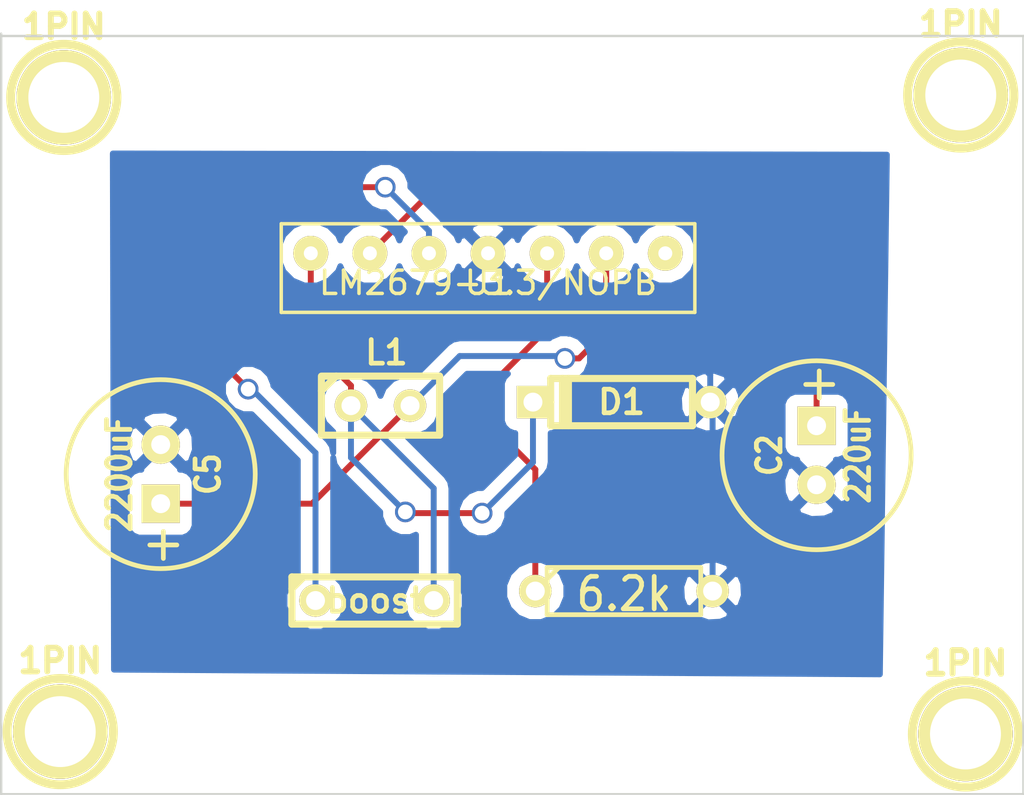
<source format=kicad_pcb>
(kicad_pcb (version 3) (host pcbnew "(2013-07-07 BZR 4022)-stable")

  (general
    (links 12)
    (no_connects 0)
    (area 184.061099 125.4506 228.434901 160.5534)
    (thickness 1.6)
    (drawings 6)
    (tracks 54)
    (zones 0)
    (modules 11)
    (nets 7)
  )

  (page A3)
  (layers
    (15 F.Cu signal)
    (0 B.Cu signal)
    (16 B.Adhes user)
    (17 F.Adhes user)
    (18 B.Paste user)
    (19 F.Paste user)
    (20 B.SilkS user)
    (21 F.SilkS user)
    (22 B.Mask user)
    (23 F.Mask user)
    (24 Dwgs.User user)
    (25 Cmts.User user)
    (26 Eco1.User user)
    (27 Eco2.User user)
    (28 Edge.Cuts user)
  )

  (setup
    (last_trace_width 0.254)
    (trace_clearance 0.254)
    (zone_clearance 0.508)
    (zone_45_only no)
    (trace_min 0.254)
    (segment_width 0.2)
    (edge_width 0.1)
    (via_size 0.889)
    (via_drill 0.635)
    (via_min_size 0.889)
    (via_min_drill 0.508)
    (uvia_size 0.508)
    (uvia_drill 0.127)
    (uvias_allowed no)
    (uvia_min_size 0.508)
    (uvia_min_drill 0.127)
    (pcb_text_width 0.3)
    (pcb_text_size 1.5 1.5)
    (mod_edge_width 0.15)
    (mod_text_size 1 1)
    (mod_text_width 0.15)
    (pad_size 1.5 1.5)
    (pad_drill 0.6)
    (pad_to_mask_clearance 0)
    (aux_axis_origin 0 0)
    (visible_elements 7FFFFFFF)
    (pcbplotparams
      (layerselection 268468225)
      (usegerberextensions true)
      (excludeedgelayer true)
      (linewidth 0.150000)
      (plotframeref false)
      (viasonmask false)
      (mode 1)
      (useauxorigin false)
      (hpglpennumber 1)
      (hpglpenspeed 20)
      (hpglpendiameter 15)
      (hpglpenoverlay 2)
      (psnegative false)
      (psa4output false)
      (plotreference true)
      (plotvalue true)
      (plotothertext true)
      (plotinvisibletext false)
      (padsonsilk false)
      (subtractmaskfromsilk false)
      (outputformat 1)
      (mirror false)
      (drillshape 0)
      (scaleselection 1)
      (outputdirectory C:/Users/lucia_000/Documents/KiCAD/Odroid/))
  )

  (net 0 "")
  (net 1 GND)
  (net 2 N-000001)
  (net 3 N-000004)
  (net 4 N-000005)
  (net 5 N-000006)
  (net 6 VCC)

  (net_class Default "This is the default net class."
    (clearance 0.254)
    (trace_width 0.254)
    (via_dia 0.889)
    (via_drill 0.635)
    (uvia_dia 0.508)
    (uvia_drill 0.127)
    (add_net "")
    (add_net GND)
    (add_net N-000001)
    (add_net N-000004)
    (add_net N-000005)
    (add_net N-000006)
    (add_net VCC)
  )

  (module R3 (layer F.Cu) (tedit 4E4C0E65) (tstamp 5538C657)
    (at 211.0232 150.7236)
    (descr "Resitance 3 pas")
    (tags R)
    (path /55381CE4)
    (autoplace_cost180 10)
    (fp_text reference R1 (at 0 0.127) (layer F.SilkS) hide
      (effects (font (size 1.397 1.27) (thickness 0.2032)))
    )
    (fp_text value 6.2k (at 0 0.127) (layer F.SilkS)
      (effects (font (size 1.397 1.27) (thickness 0.2032)))
    )
    (fp_line (start -3.81 0) (end -3.302 0) (layer F.SilkS) (width 0.2032))
    (fp_line (start 3.81 0) (end 3.302 0) (layer F.SilkS) (width 0.2032))
    (fp_line (start 3.302 0) (end 3.302 -1.016) (layer F.SilkS) (width 0.2032))
    (fp_line (start 3.302 -1.016) (end -3.302 -1.016) (layer F.SilkS) (width 0.2032))
    (fp_line (start -3.302 -1.016) (end -3.302 1.016) (layer F.SilkS) (width 0.2032))
    (fp_line (start -3.302 1.016) (end 3.302 1.016) (layer F.SilkS) (width 0.2032))
    (fp_line (start 3.302 1.016) (end 3.302 0) (layer F.SilkS) (width 0.2032))
    (fp_line (start -3.302 -0.508) (end -2.794 -1.016) (layer F.SilkS) (width 0.2032))
    (pad 1 thru_hole circle (at -3.81 0) (size 1.397 1.397) (drill 0.8128)
      (layers *.Cu *.Mask F.SilkS)
      (net 4 N-000005)
    )
    (pad 2 thru_hole circle (at 3.81 0) (size 1.397 1.397) (drill 0.8128)
      (layers *.Cu *.Mask F.SilkS)
      (net 1 GND)
    )
    (model discret/resistor.wrl
      (at (xyz 0 0 0))
      (scale (xyz 0.3 0.3 0.3))
      (rotate (xyz 0 0 0))
    )
  )

  (module lm2679 (layer F.Cu) (tedit 55389194) (tstamp 5538C666)
    (at 205.1812 137.4648)
    (path /55386732)
    (fp_text reference U1 (at 0 0) (layer F.SilkS)
      (effects (font (size 1 1) (thickness 0.15)))
    )
    (fp_text value LM2679-3.3/NOPB (at 0 0) (layer F.SilkS)
      (effects (font (size 1 1) (thickness 0.15)))
    )
    (fp_line (start -8.89 -2.54) (end -8.89 1.27) (layer F.SilkS) (width 0.15))
    (fp_line (start -8.89 1.27) (end 8.89 1.27) (layer F.SilkS) (width 0.15))
    (fp_line (start 8.89 1.27) (end 8.89 -2.54) (layer F.SilkS) (width 0.15))
    (fp_line (start 8.89 -2.54) (end -8.89 -2.54) (layer F.SilkS) (width 0.15))
    (pad 1 thru_hole circle (at -7.62 -1.27) (size 1.5 1.5) (drill 0.6)
      (layers *.Cu *.Mask F.SilkS)
      (net 3 N-000004)
    )
    (pad 2 thru_hole circle (at -5.08 -1.27) (size 1.5 1.5) (drill 0.6)
      (layers *.Cu *.Mask F.SilkS)
      (net 6 VCC)
    )
    (pad 3 thru_hole circle (at -2.54 -1.27) (size 1.5 1.5) (drill 0.6)
      (layers *.Cu *.Mask F.SilkS)
      (net 5 N-000006)
    )
    (pad 4 thru_hole circle (at 0 -1.27) (size 1.5 1.5) (drill 0.6)
      (layers *.Cu *.Mask F.SilkS)
      (net 1 GND)
    )
    (pad 5 thru_hole circle (at 2.54 -1.27) (size 1.5 1.5) (drill 0.6)
      (layers *.Cu *.Mask F.SilkS)
      (net 4 N-000005)
    )
    (pad 6 thru_hole circle (at 5.08 -1.27) (size 1.5 1.5) (drill 0.6)
      (layers *.Cu *.Mask F.SilkS)
      (net 2 N-000001)
    )
    (pad 7 thru_hole circle (at 7.62 -1.27) (size 1.5 1.5) (drill 0.6)
      (layers *.Cu *.Mask F.SilkS)
    )
  )

  (module D3 (layer F.Cu) (tedit 200000) (tstamp 5538C676)
    (at 210.9216 142.5956 180)
    (descr "Diode 3 pas")
    (tags "DIODE DEV")
    (path /55381CF3)
    (fp_text reference D1 (at 0 0 180) (layer F.SilkS)
      (effects (font (size 1.016 1.016) (thickness 0.2032)))
    )
    (fp_text value 1N5825 (at 0 0 180) (layer F.SilkS) hide
      (effects (font (size 1.016 1.016) (thickness 0.2032)))
    )
    (fp_line (start 3.81 0) (end 3.048 0) (layer F.SilkS) (width 0.3048))
    (fp_line (start 3.048 0) (end 3.048 -1.016) (layer F.SilkS) (width 0.3048))
    (fp_line (start 3.048 -1.016) (end -3.048 -1.016) (layer F.SilkS) (width 0.3048))
    (fp_line (start -3.048 -1.016) (end -3.048 0) (layer F.SilkS) (width 0.3048))
    (fp_line (start -3.048 0) (end -3.81 0) (layer F.SilkS) (width 0.3048))
    (fp_line (start -3.048 0) (end -3.048 1.016) (layer F.SilkS) (width 0.3048))
    (fp_line (start -3.048 1.016) (end 3.048 1.016) (layer F.SilkS) (width 0.3048))
    (fp_line (start 3.048 1.016) (end 3.048 0) (layer F.SilkS) (width 0.3048))
    (fp_line (start 2.54 -1.016) (end 2.54 1.016) (layer F.SilkS) (width 0.3048))
    (fp_line (start 2.286 1.016) (end 2.286 -1.016) (layer F.SilkS) (width 0.3048))
    (pad 2 thru_hole rect (at 3.81 0 180) (size 1.397 1.397) (drill 0.8128)
      (layers *.Cu *.Mask F.SilkS)
      (net 3 N-000004)
    )
    (pad 1 thru_hole circle (at -3.81 0 180) (size 1.397 1.397) (drill 0.8128)
      (layers *.Cu *.Mask F.SilkS)
      (net 1 GND)
    )
    (model discret/diode.wrl
      (at (xyz 0 0 0))
      (scale (xyz 0.3 0.3 0.3))
      (rotate (xyz 0 0 0))
    )
  )

  (module C2 (layer F.Cu) (tedit 200000) (tstamp 5538C681)
    (at 200.3044 151.13)
    (descr "Condensateur = 2 pas")
    (tags C)
    (path /55386AFD)
    (fp_text reference Cboost1 (at 0 0) (layer F.SilkS)
      (effects (font (size 1.016 1.016) (thickness 0.2032)))
    )
    (fp_text value 0.01uF (at 0 0) (layer F.SilkS) hide
      (effects (font (size 1.016 1.016) (thickness 0.2032)))
    )
    (fp_line (start -3.556 -1.016) (end 3.556 -1.016) (layer F.SilkS) (width 0.3048))
    (fp_line (start 3.556 -1.016) (end 3.556 1.016) (layer F.SilkS) (width 0.3048))
    (fp_line (start 3.556 1.016) (end -3.556 1.016) (layer F.SilkS) (width 0.3048))
    (fp_line (start -3.556 1.016) (end -3.556 -1.016) (layer F.SilkS) (width 0.3048))
    (fp_line (start -3.556 -0.508) (end -3.048 -1.016) (layer F.SilkS) (width 0.3048))
    (pad 1 thru_hole circle (at -2.54 0) (size 1.397 1.397) (drill 0.8128)
      (layers *.Cu *.Mask F.SilkS)
      (net 5 N-000006)
    )
    (pad 2 thru_hole circle (at 2.54 0) (size 1.397 1.397) (drill 0.8128)
      (layers *.Cu *.Mask F.SilkS)
      (net 3 N-000004)
    )
    (model discret/capa_2pas_5x5mm.wrl
      (at (xyz 0 0 0))
      (scale (xyz 1 1 1))
      (rotate (xyz 0 0 0))
    )
  )

  (module C1V8 (layer F.Cu) (tedit 3DD3A719) (tstamp 5538C689)
    (at 191.1096 145.6944 90)
    (path /553878B1)
    (fp_text reference C5 (at 0 2.032 90) (layer F.SilkS)
      (effects (font (size 1.016 0.889) (thickness 0.2032)))
    )
    (fp_text value 2200uF (at 0 -1.77546 90) (layer F.SilkS)
      (effects (font (size 1.016 0.889) (thickness 0.2032)))
    )
    (fp_text user + (at -3.04546 0 90) (layer F.SilkS)
      (effects (font (size 1.524 1.524) (thickness 0.2032)))
    )
    (fp_circle (center 0 0) (end 4.064 0) (layer F.SilkS) (width 0.2032))
    (pad 1 thru_hole rect (at -1.27 0 90) (size 1.651 1.651) (drill 0.8128)
      (layers *.Cu *.Mask F.SilkS)
      (net 2 N-000001)
    )
    (pad 2 thru_hole circle (at 1.27 0 90) (size 1.651 1.651) (drill 0.8128)
      (layers *.Cu *.Mask F.SilkS)
      (net 1 GND)
    )
    (model discret/c_vert_c1v8.wrl
      (at (xyz 0 0 0))
      (scale (xyz 1 1 1))
      (rotate (xyz 0 0 0))
    )
  )

  (module C1V8 (layer F.Cu) (tedit 3DD3A719) (tstamp 5538C691)
    (at 219.3036 144.8816 270)
    (path /553878CF)
    (fp_text reference C2 (at 0 2.032 270) (layer F.SilkS)
      (effects (font (size 1.016 0.889) (thickness 0.2032)))
    )
    (fp_text value 220uF (at 0 -1.77546 270) (layer F.SilkS)
      (effects (font (size 1.016 0.889) (thickness 0.2032)))
    )
    (fp_text user + (at -3.04546 0 270) (layer F.SilkS)
      (effects (font (size 1.524 1.524) (thickness 0.2032)))
    )
    (fp_circle (center 0 0) (end 4.064 0) (layer F.SilkS) (width 0.2032))
    (pad 1 thru_hole rect (at -1.27 0 270) (size 1.651 1.651) (drill 0.8128)
      (layers *.Cu *.Mask F.SilkS)
      (net 6 VCC)
    )
    (pad 2 thru_hole circle (at 1.27 0 270) (size 1.651 1.651) (drill 0.8128)
      (layers *.Cu *.Mask F.SilkS)
      (net 1 GND)
    )
    (model discret/c_vert_c1v8.wrl
      (at (xyz 0 0 0))
      (scale (xyz 1 1 1))
      (rotate (xyz 0 0 0))
    )
  )

  (module C1 (layer F.Cu) (tedit 3F92C496) (tstamp 5538C69C)
    (at 200.5584 142.748)
    (descr "Condensateur e = 1 pas")
    (tags C)
    (path /55381D02)
    (fp_text reference L1 (at 0.254 -2.286) (layer F.SilkS)
      (effects (font (size 1.016 1.016) (thickness 0.2032)))
    )
    (fp_text value 15uH (at 0 -2.286) (layer F.SilkS) hide
      (effects (font (size 1.016 1.016) (thickness 0.2032)))
    )
    (fp_line (start -2.4892 -1.27) (end 2.54 -1.27) (layer F.SilkS) (width 0.3048))
    (fp_line (start 2.54 -1.27) (end 2.54 1.27) (layer F.SilkS) (width 0.3048))
    (fp_line (start 2.54 1.27) (end -2.54 1.27) (layer F.SilkS) (width 0.3048))
    (fp_line (start -2.54 1.27) (end -2.54 -1.27) (layer F.SilkS) (width 0.3048))
    (fp_line (start -2.54 -0.635) (end -1.905 -1.27) (layer F.SilkS) (width 0.3048))
    (pad 1 thru_hole circle (at -1.27 0) (size 1.397 1.397) (drill 0.8128)
      (layers *.Cu *.Mask F.SilkS)
      (net 3 N-000004)
    )
    (pad 2 thru_hole circle (at 1.27 0) (size 1.397 1.397) (drill 0.8128)
      (layers *.Cu *.Mask F.SilkS)
      (net 2 N-000001)
    )
    (model discret/capa_1_pas.wrl
      (at (xyz 0 0 0))
      (scale (xyz 1 1 1))
      (rotate (xyz 0 0 0))
    )
  )

  (module 1pin (layer F.Cu) (tedit 200000) (tstamp 5538C761)
    (at 186.944 129.4892)
    (descr "module 1 pin (ou trou mecanique de percage)")
    (tags DEV)
    (path 1pin)
    (fp_text reference 1PIN (at 0 -3.048) (layer F.SilkS)
      (effects (font (size 1.016 1.016) (thickness 0.254)))
    )
    (fp_text value P*** (at 0 2.794) (layer F.SilkS) hide
      (effects (font (size 1.016 1.016) (thickness 0.254)))
    )
    (fp_circle (center 0 0) (end 0 -2.286) (layer F.SilkS) (width 0.381))
    (pad 1 thru_hole circle (at 0 0) (size 4.064 4.064) (drill 3.048)
      (layers *.Cu *.Mask F.SilkS)
    )
  )

  (module 1pin (layer F.Cu) (tedit 200000) (tstamp 5538C76C)
    (at 186.7916 156.7688)
    (descr "module 1 pin (ou trou mecanique de percage)")
    (tags DEV)
    (path 1pin)
    (fp_text reference 1PIN (at 0 -3.048) (layer F.SilkS)
      (effects (font (size 1.016 1.016) (thickness 0.254)))
    )
    (fp_text value P*** (at 0 2.794) (layer F.SilkS) hide
      (effects (font (size 1.016 1.016) (thickness 0.254)))
    )
    (fp_circle (center 0 0) (end 0 -2.286) (layer F.SilkS) (width 0.381))
    (pad 1 thru_hole circle (at 0 0) (size 4.064 4.064) (drill 3.048)
      (layers *.Cu *.Mask F.SilkS)
    )
  )

  (module 1pin (layer F.Cu) (tedit 200000) (tstamp 5538C777)
    (at 225.5012 129.3876)
    (descr "module 1 pin (ou trou mecanique de percage)")
    (tags DEV)
    (path 1pin)
    (fp_text reference 1PIN (at 0 -3.048) (layer F.SilkS)
      (effects (font (size 1.016 1.016) (thickness 0.254)))
    )
    (fp_text value P*** (at 0 2.794) (layer F.SilkS) hide
      (effects (font (size 1.016 1.016) (thickness 0.254)))
    )
    (fp_circle (center 0 0) (end 0 -2.286) (layer F.SilkS) (width 0.381))
    (pad 1 thru_hole circle (at 0 0) (size 4.064 4.064) (drill 3.048)
      (layers *.Cu *.Mask F.SilkS)
    )
  )

  (module 1pin (layer F.Cu) (tedit 200000) (tstamp 5538C782)
    (at 225.7044 156.8704)
    (descr "module 1 pin (ou trou mecanique de percage)")
    (tags DEV)
    (path 1pin)
    (fp_text reference 1PIN (at 0 -3.048) (layer F.SilkS)
      (effects (font (size 1.016 1.016) (thickness 0.254)))
    )
    (fp_text value P*** (at 0 2.794) (layer F.SilkS) hide
      (effects (font (size 1.016 1.016) (thickness 0.254)))
    )
    (fp_circle (center 0 0) (end 0 -2.286) (layer F.SilkS) (width 0.381))
    (pad 1 thru_hole circle (at 0 0) (size 4.064 4.064) (drill 3.048)
      (layers *.Cu *.Mask F.SilkS)
    )
  )

  (gr_line (start 184.2516 126.8476) (end 184.3024 126.8476) (angle 90) (layer Edge.Cuts) (width 0.1))
  (gr_line (start 184.2516 159.4612) (end 184.2516 126.8476) (angle 90) (layer Edge.Cuts) (width 0.1))
  (gr_line (start 184.2516 126.8476) (end 184.2516 126.746) (angle 90) (layer Edge.Cuts) (width 0.1))
  (gr_line (start 228.1936 126.8476) (end 184.2516 126.8476) (angle 90) (layer Edge.Cuts) (width 0.1))
  (gr_line (start 228.1936 159.4612) (end 228.1936 126.8476) (angle 90) (layer Edge.Cuts) (width 0.1))
  (gr_line (start 184.2516 159.4612) (end 228.1936 159.4612) (angle 90) (layer Edge.Cuts) (width 0.1))

  (segment (start 205.1812 136.1948) (end 205.1812 136.6012) (width 0.254) (layer B.Cu) (net 1))
  (segment (start 195.6816 139.8524) (end 191.1096 144.4244) (width 0.254) (layer B.Cu) (net 1) (tstamp 5538C7F4))
  (segment (start 201.93 139.8524) (end 195.6816 139.8524) (width 0.254) (layer B.Cu) (net 1) (tstamp 5538C7F2))
  (segment (start 205.1812 136.6012) (end 201.93 139.8524) (width 0.254) (layer B.Cu) (net 1) (tstamp 5538C7F1))
  (segment (start 214.7316 142.5956) (end 214.7316 141.4272) (width 0.254) (layer B.Cu) (net 1))
  (segment (start 208.6356 139.6492) (end 205.1812 136.1948) (width 0.254) (layer B.Cu) (net 1) (tstamp 5538C7ED))
  (segment (start 212.9536 139.6492) (end 208.6356 139.6492) (width 0.254) (layer B.Cu) (net 1) (tstamp 5538C7EB))
  (segment (start 214.7316 141.4272) (end 212.9536 139.6492) (width 0.254) (layer B.Cu) (net 1) (tstamp 5538C7E9))
  (segment (start 214.8332 150.7236) (end 214.8332 142.6972) (width 0.254) (layer B.Cu) (net 1))
  (segment (start 214.8332 142.6972) (end 214.7316 142.5956) (width 0.254) (layer B.Cu) (net 1) (tstamp 5538C7E6))
  (segment (start 219.3036 146.1516) (end 219.3036 146.2532) (width 0.254) (layer B.Cu) (net 1))
  (segment (start 219.3036 146.2532) (end 214.8332 150.7236) (width 0.254) (layer B.Cu) (net 1) (tstamp 5538C7E3))
  (segment (start 210.2612 136.1948) (end 210.2612 139.5476) (width 0.254) (layer F.Cu) (net 2))
  (segment (start 203.962 140.6144) (end 201.8284 142.748) (width 0.254) (layer B.Cu) (net 2) (tstamp 5538C82C))
  (segment (start 208.3816 140.6144) (end 203.962 140.6144) (width 0.254) (layer B.Cu) (net 2) (tstamp 5538C82B))
  (segment (start 208.4832 140.716) (end 208.3816 140.6144) (width 0.254) (layer B.Cu) (net 2) (tstamp 5538C82A))
  (via (at 208.4832 140.716) (size 0.889) (layers F.Cu B.Cu) (net 2))
  (segment (start 209.0928 140.716) (end 208.4832 140.716) (width 0.254) (layer F.Cu) (net 2) (tstamp 5538C828))
  (segment (start 210.2612 139.5476) (end 209.0928 140.716) (width 0.254) (layer F.Cu) (net 2) (tstamp 5538C826))
  (segment (start 191.1096 146.9644) (end 197.612 146.9644) (width 0.254) (layer F.Cu) (net 2))
  (segment (start 197.612 146.9644) (end 201.8284 142.748) (width 0.254) (layer F.Cu) (net 2) (tstamp 5538C808))
  (segment (start 207.1116 145.1864) (end 207.1116 142.5956) (width 0.254) (layer B.Cu) (net 3) (tstamp 5538C839))
  (segment (start 204.9272 147.3708) (end 207.1116 145.1864) (width 0.254) (layer B.Cu) (net 3) (tstamp 5538C838))
  (via (at 204.9272 147.3708) (size 0.889) (layers F.Cu B.Cu) (net 3))
  (segment (start 201.676 147.3708) (end 204.9272 147.3708) (width 0.254) (layer F.Cu) (net 3) (tstamp 5538C835))
  (segment (start 201.6252 147.32) (end 201.676 147.3708) (width 0.254) (layer F.Cu) (net 3) (tstamp 5538C834))
  (via (at 201.6252 147.32) (size 0.889) (layers F.Cu B.Cu) (net 3))
  (segment (start 199.2884 144.9832) (end 201.6252 147.32) (width 0.254) (layer B.Cu) (net 3) (tstamp 5538C830))
  (segment (start 199.2884 142.748) (end 199.2884 144.9832) (width 0.254) (layer B.Cu) (net 3))
  (segment (start 202.8444 151.13) (end 202.8444 146.304) (width 0.254) (layer B.Cu) (net 3))
  (segment (start 202.8444 146.304) (end 199.2884 142.748) (width 0.254) (layer B.Cu) (net 3) (tstamp 5538C811))
  (segment (start 199.2884 142.748) (end 199.2884 141.8844) (width 0.254) (layer F.Cu) (net 3))
  (segment (start 197.5612 140.1572) (end 197.5612 136.1948) (width 0.254) (layer F.Cu) (net 3) (tstamp 5538C80D))
  (segment (start 199.2884 141.8844) (end 197.5612 140.1572) (width 0.254) (layer F.Cu) (net 3) (tstamp 5538C80C))
  (segment (start 207.2132 150.7236) (end 207.2132 145.4912) (width 0.254) (layer F.Cu) (net 4))
  (segment (start 207.7212 139.446) (end 207.7212 136.1948) (width 0.254) (layer F.Cu) (net 4) (tstamp 5538C804))
  (segment (start 204.7748 142.3924) (end 207.7212 139.446) (width 0.254) (layer F.Cu) (net 4) (tstamp 5538C803))
  (segment (start 204.7748 143.0528) (end 204.7748 142.3924) (width 0.254) (layer F.Cu) (net 4) (tstamp 5538C801))
  (segment (start 207.2132 145.4912) (end 204.7748 143.0528) (width 0.254) (layer F.Cu) (net 4) (tstamp 5538C7FF))
  (segment (start 197.7644 151.13) (end 197.7644 144.78) (width 0.254) (layer B.Cu) (net 5))
  (segment (start 202.6412 135.2296) (end 202.6412 136.1948) (width 0.254) (layer B.Cu) (net 5) (tstamp 5538C822))
  (segment (start 200.7616 133.35) (end 202.6412 135.2296) (width 0.254) (layer B.Cu) (net 5) (tstamp 5538C821))
  (via (at 200.7616 133.35) (size 0.889) (layers F.Cu B.Cu) (net 5))
  (segment (start 195.4784 133.35) (end 200.7616 133.35) (width 0.254) (layer F.Cu) (net 5) (tstamp 5538C81E))
  (segment (start 193.1924 135.636) (end 195.4784 133.35) (width 0.254) (layer F.Cu) (net 5) (tstamp 5538C81C))
  (segment (start 193.1924 140.3604) (end 193.1924 135.636) (width 0.254) (layer F.Cu) (net 5) (tstamp 5538C81A))
  (segment (start 194.8688 142.0368) (end 193.1924 140.3604) (width 0.254) (layer F.Cu) (net 5) (tstamp 5538C819))
  (via (at 194.8688 142.0368) (size 0.889) (layers F.Cu B.Cu) (net 5))
  (segment (start 195.0212 142.0368) (end 194.8688 142.0368) (width 0.254) (layer B.Cu) (net 5) (tstamp 5538C817))
  (segment (start 197.7644 144.78) (end 195.0212 142.0368) (width 0.254) (layer B.Cu) (net 5) (tstamp 5538C815))
  (segment (start 219.3036 143.6116) (end 219.3036 133.604) (width 0.254) (layer F.Cu) (net 6))
  (segment (start 203.708 132.588) (end 200.1012 136.1948) (width 0.254) (layer F.Cu) (net 6) (tstamp 5538C7DF))
  (segment (start 218.2876 132.588) (end 203.708 132.588) (width 0.254) (layer F.Cu) (net 6) (tstamp 5538C7DD))
  (segment (start 219.3036 133.604) (end 218.2876 132.588) (width 0.254) (layer F.Cu) (net 6) (tstamp 5538C7DB))

  (zone (net 1) (net_name GND) (layer B.Cu) (tstamp 5538C866) (hatch edge 0.508)
    (connect_pads (clearance 0.508))
    (min_thickness 0.254)
    (fill (arc_segments 16) (thermal_gap 0.508) (thermal_bridge_width 0.508))
    (polygon
      (pts
        (xy 222.4532 131.826) (xy 222.1484 154.432) (xy 188.976 154.2288) (xy 188.9252 131.7752)
      )
    )
    (filled_polygon
      (pts
        (xy 222.324479 131.952805) (xy 222.023111 154.30423) (xy 220.775939 154.29659) (xy 220.775939 146.374469) (xy 220.76421 146.120322)
        (xy 220.76421 144.311345) (xy 220.76421 142.660345) (xy 220.667741 142.426871) (xy 220.489268 142.248087) (xy 220.255964 142.151211)
        (xy 220.003345 142.15099) (xy 218.352345 142.15099) (xy 218.118871 142.247459) (xy 217.940087 142.425932) (xy 217.843211 142.659236)
        (xy 217.84299 142.911855) (xy 217.84299 144.562855) (xy 217.939459 144.796329) (xy 218.117932 144.975113) (xy 218.351236 145.071989)
        (xy 218.473542 145.072095) (xy 218.456991 145.125386) (xy 219.3036 145.971995) (xy 220.150209 145.125386) (xy 220.133692 145.07221)
        (xy 220.254855 145.07221) (xy 220.488329 144.975741) (xy 220.667113 144.797268) (xy 220.763989 144.563964) (xy 220.76421 144.311345)
        (xy 220.76421 146.120322) (xy 220.749153 145.794064) (xy 220.578576 145.382257) (xy 220.329814 145.304991) (xy 219.483205 146.1516)
        (xy 220.329814 146.998209) (xy 220.578576 146.920943) (xy 220.775939 146.374469) (xy 220.775939 154.29659) (xy 220.150209 154.292757)
        (xy 220.150209 147.177814) (xy 219.3036 146.331205) (xy 219.123995 146.51081) (xy 219.123995 146.1516) (xy 218.277386 145.304991)
        (xy 218.028624 145.382257) (xy 217.831261 145.928731) (xy 217.858047 146.509136) (xy 218.028624 146.920943) (xy 218.277386 146.998209)
        (xy 219.123995 146.1516) (xy 219.123995 146.51081) (xy 218.456991 147.177814) (xy 218.534257 147.426576) (xy 219.080731 147.623939)
        (xy 219.661136 147.597153) (xy 220.072943 147.426576) (xy 220.150209 147.177814) (xy 220.150209 154.292757) (xy 216.179124 154.268432)
        (xy 216.179124 150.91612) (xy 216.150346 150.386402) (xy 216.077524 150.210593) (xy 216.077524 142.78812) (xy 216.048746 142.258402)
        (xy 215.901398 141.902672) (xy 215.665786 141.841019) (xy 215.486181 142.020624) (xy 215.486181 141.661414) (xy 215.424528 141.425802)
        (xy 214.92412 141.249676) (xy 214.394402 141.278454) (xy 214.186439 141.364594) (xy 214.186439 135.920515) (xy 213.97603 135.411286)
        (xy 213.586763 135.021339) (xy 213.077902 134.810042) (xy 212.526915 134.809561) (xy 212.017686 135.01997) (xy 211.627739 135.409237)
        (xy 211.531223 135.641672) (xy 211.43603 135.411286) (xy 211.046763 135.021339) (xy 210.537902 134.810042) (xy 209.986915 134.809561)
        (xy 209.477686 135.01997) (xy 209.087739 135.409237) (xy 208.991223 135.641672) (xy 208.89603 135.411286) (xy 208.506763 135.021339)
        (xy 207.997902 134.810042) (xy 207.446915 134.809561) (xy 206.937686 135.01997) (xy 206.547739 135.409237) (xy 206.457821 135.625782)
        (xy 206.393658 135.470878) (xy 206.152717 135.402888) (xy 205.973112 135.582493) (xy 205.973112 135.223283) (xy 205.905122 134.982342)
        (xy 205.38603 134.797602) (xy 204.835754 134.825572) (xy 204.457278 134.982342) (xy 204.389288 135.223283) (xy 205.1812 136.015195)
        (xy 205.973112 135.223283) (xy 205.973112 135.582493) (xy 205.360805 136.1948) (xy 206.152717 136.986712) (xy 206.393658 136.918722)
        (xy 206.45293 136.752173) (xy 206.54637 136.978314) (xy 206.935637 137.368261) (xy 207.444498 137.579558) (xy 207.995485 137.580039)
        (xy 208.504714 137.36963) (xy 208.894661 136.980363) (xy 208.991176 136.747927) (xy 209.08637 136.978314) (xy 209.475637 137.368261)
        (xy 209.984498 137.579558) (xy 210.535485 137.580039) (xy 211.044714 137.36963) (xy 211.434661 136.980363) (xy 211.531176 136.747927)
        (xy 211.62637 136.978314) (xy 212.015637 137.368261) (xy 212.524498 137.579558) (xy 213.075485 137.580039) (xy 213.584714 137.36963)
        (xy 213.974661 136.980363) (xy 214.185958 136.471502) (xy 214.186439 135.920515) (xy 214.186439 141.364594) (xy 214.038672 141.425802)
        (xy 213.977019 141.661414) (xy 214.7316 142.415995) (xy 215.486181 141.661414) (xy 215.486181 142.020624) (xy 214.911205 142.5956)
        (xy 215.665786 143.350181) (xy 215.901398 143.288528) (xy 216.077524 142.78812) (xy 216.077524 150.210593) (xy 216.002998 150.030672)
        (xy 215.767386 149.969019) (xy 215.587781 150.148624) (xy 215.587781 149.789414) (xy 215.526128 149.553802) (xy 215.486181 149.539742)
        (xy 215.486181 143.529786) (xy 214.7316 142.775205) (xy 214.551995 142.95481) (xy 214.551995 142.5956) (xy 213.797414 141.841019)
        (xy 213.561802 141.902672) (xy 213.385676 142.40308) (xy 213.414454 142.932798) (xy 213.561802 143.288528) (xy 213.797414 143.350181)
        (xy 214.551995 142.5956) (xy 214.551995 142.95481) (xy 213.977019 143.529786) (xy 214.038672 143.765398) (xy 214.53908 143.941524)
        (xy 215.068798 143.912746) (xy 215.424528 143.765398) (xy 215.486181 143.529786) (xy 215.486181 149.539742) (xy 215.02572 149.377676)
        (xy 214.496002 149.406454) (xy 214.140272 149.553802) (xy 214.078619 149.789414) (xy 214.8332 150.543995) (xy 215.587781 149.789414)
        (xy 215.587781 150.148624) (xy 215.012805 150.7236) (xy 215.767386 151.478181) (xy 216.002998 151.416528) (xy 216.179124 150.91612)
        (xy 216.179124 154.268432) (xy 215.587781 154.264809) (xy 215.587781 151.657786) (xy 214.8332 150.903205) (xy 214.653595 151.08281)
        (xy 214.653595 150.7236) (xy 213.899014 149.969019) (xy 213.663402 150.030672) (xy 213.487276 150.53108) (xy 213.516054 151.060798)
        (xy 213.663402 151.416528) (xy 213.899014 151.478181) (xy 214.653595 150.7236) (xy 214.653595 151.08281) (xy 214.078619 151.657786)
        (xy 214.140272 151.893398) (xy 214.64068 152.069524) (xy 215.170398 152.040746) (xy 215.526128 151.893398) (xy 215.587781 151.657786)
        (xy 215.587781 154.264809) (xy 209.562887 154.227904) (xy 209.562887 140.502216) (xy 209.398889 140.105311) (xy 209.095486 139.801378)
        (xy 208.698868 139.636687) (xy 208.269416 139.636313) (xy 207.872511 139.800311) (xy 207.820331 139.8524) (xy 205.973112 139.8524)
        (xy 205.973112 137.166317) (xy 205.1812 136.374405) (xy 205.001595 136.55401) (xy 205.001595 136.1948) (xy 204.209683 135.402888)
        (xy 203.968742 135.470878) (xy 203.909469 135.637426) (xy 203.81603 135.411286) (xy 203.426763 135.021339) (xy 203.355923 134.991923)
        (xy 203.355922 134.991923) (xy 203.345196 134.937995) (xy 203.180015 134.690785) (xy 203.180015 134.690784) (xy 201.841099 133.351868)
        (xy 201.841287 133.136216) (xy 201.677289 132.739311) (xy 201.373886 132.435378) (xy 200.977268 132.270687) (xy 200.547816 132.270313)
        (xy 200.150911 132.434311) (xy 199.846978 132.737714) (xy 199.682287 133.134332) (xy 199.681913 133.563784) (xy 199.845911 133.960689)
        (xy 200.149314 134.264622) (xy 200.545932 134.429313) (xy 200.763472 134.429502) (xy 201.605592 135.271623) (xy 201.467739 135.409237)
        (xy 201.371223 135.641672) (xy 201.27603 135.411286) (xy 200.886763 135.021339) (xy 200.377902 134.810042) (xy 199.826915 134.809561)
        (xy 199.317686 135.01997) (xy 198.927739 135.409237) (xy 198.831223 135.641672) (xy 198.73603 135.411286) (xy 198.346763 135.021339)
        (xy 197.837902 134.810042) (xy 197.286915 134.809561) (xy 196.777686 135.01997) (xy 196.387739 135.409237) (xy 196.176442 135.918098)
        (xy 196.175961 136.469085) (xy 196.38637 136.978314) (xy 196.775637 137.368261) (xy 197.284498 137.579558) (xy 197.835485 137.580039)
        (xy 198.344714 137.36963) (xy 198.734661 136.980363) (xy 198.831176 136.747927) (xy 198.92637 136.978314) (xy 199.315637 137.368261)
        (xy 199.824498 137.579558) (xy 200.375485 137.580039) (xy 200.884714 137.36963) (xy 201.274661 136.980363) (xy 201.371176 136.747927)
        (xy 201.46637 136.978314) (xy 201.855637 137.368261) (xy 202.364498 137.579558) (xy 202.915485 137.580039) (xy 203.424714 137.36963)
        (xy 203.814661 136.980363) (xy 203.904578 136.763817) (xy 203.968742 136.918722) (xy 204.209683 136.986712) (xy 205.001595 136.1948)
        (xy 205.001595 136.55401) (xy 204.389288 137.166317) (xy 204.457278 137.407258) (xy 204.97637 137.591998) (xy 205.526646 137.564028)
        (xy 205.905122 137.407258) (xy 205.973112 137.166317) (xy 205.973112 139.8524) (xy 203.962 139.8524) (xy 203.670395 139.910404)
        (xy 203.423185 140.075585) (xy 202.084046 141.414723) (xy 201.564314 141.41427) (xy 201.07402 141.616855) (xy 200.698574 141.991647)
        (xy 200.558306 142.329448) (xy 200.419545 141.99362) (xy 200.044753 141.618174) (xy 199.554813 141.414733) (xy 199.024314 141.41427)
        (xy 198.53402 141.616855) (xy 198.158574 141.991647) (xy 197.955133 142.481587) (xy 197.95467 143.012086) (xy 198.157255 143.50238)
        (xy 198.5264 143.872169) (xy 198.5264 144.78) (xy 198.468396 144.488395) (xy 198.303215 144.241185) (xy 198.303215 144.241184)
        (xy 195.948431 141.886401) (xy 195.948487 141.823016) (xy 195.784489 141.426111) (xy 195.481086 141.122178) (xy 195.084468 140.957487)
        (xy 194.655016 140.957113) (xy 194.258111 141.121111) (xy 193.954178 141.424514) (xy 193.789487 141.821132) (xy 193.789113 142.250584)
        (xy 193.953111 142.647489) (xy 194.256514 142.951422) (xy 194.653132 143.116113) (xy 195.023205 143.116435) (xy 197.0024 145.09563)
        (xy 197.0024 150.006461) (xy 196.634574 150.373647) (xy 196.431133 150.863587) (xy 196.43067 151.394086) (xy 196.633255 151.88438)
        (xy 197.008047 152.259826) (xy 197.497987 152.463267) (xy 198.028486 152.46373) (xy 198.51878 152.261145) (xy 198.894226 151.886353)
        (xy 199.097667 151.396413) (xy 199.09813 150.865914) (xy 198.895545 150.37562) (xy 198.5264 150.00583) (xy 198.5264 144.9832)
        (xy 198.584404 145.274805) (xy 198.749585 145.522015) (xy 200.5457 147.318131) (xy 200.545513 147.533784) (xy 200.709511 147.930689)
        (xy 201.012914 148.234622) (xy 201.409532 148.399313) (xy 201.838984 148.399687) (xy 202.0824 148.299109) (xy 202.0824 150.006461)
        (xy 201.714574 150.373647) (xy 201.511133 150.863587) (xy 201.51067 151.394086) (xy 201.713255 151.88438) (xy 202.088047 152.259826)
        (xy 202.577987 152.463267) (xy 203.108486 152.46373) (xy 203.59878 152.261145) (xy 203.974226 151.886353) (xy 204.177667 151.396413)
        (xy 204.17813 150.865914) (xy 203.975545 150.37562) (xy 203.6064 150.00583) (xy 203.6064 146.304) (xy 203.548396 146.012395)
        (xy 203.383215 145.765185) (xy 203.383215 145.765184) (xy 201.699417 144.081386) (xy 202.092486 144.08173) (xy 202.58278 143.879145)
        (xy 202.958226 143.504353) (xy 203.161667 143.014413) (xy 203.162123 142.491906) (xy 204.27763 141.3764) (xy 206.035898 141.3764)
        (xy 205.875087 141.536932) (xy 205.778211 141.770236) (xy 205.77799 142.022855) (xy 205.77799 143.419855) (xy 205.874459 143.653329)
        (xy 206.052932 143.832113) (xy 206.286236 143.928989) (xy 206.3496 143.929044) (xy 206.3496 144.87077) (xy 204.929069 146.2913)
        (xy 204.713416 146.291113) (xy 204.316511 146.455111) (xy 204.012578 146.758514) (xy 203.847887 147.155132) (xy 203.847513 147.584584)
        (xy 204.011511 147.981489) (xy 204.314914 148.285422) (xy 204.711532 148.450113) (xy 205.140984 148.450487) (xy 205.537889 148.286489)
        (xy 205.841822 147.983086) (xy 206.006513 147.586468) (xy 206.006702 147.368927) (xy 207.650415 145.725215) (xy 207.815596 145.478005)
        (xy 207.873599 145.1864) (xy 207.8736 145.1864) (xy 207.8736 143.92921) (xy 207.935855 143.92921) (xy 208.169329 143.832741)
        (xy 208.348113 143.654268) (xy 208.444989 143.420964) (xy 208.44521 143.168345) (xy 208.44521 141.795467) (xy 208.696984 141.795687)
        (xy 209.093889 141.631689) (xy 209.397822 141.328286) (xy 209.562513 140.931668) (xy 209.562887 140.502216) (xy 209.562887 154.227904)
        (xy 208.54693 154.22168) (xy 208.54693 150.459514) (xy 208.344345 149.96922) (xy 207.969553 149.593774) (xy 207.479613 149.390333)
        (xy 206.949114 149.38987) (xy 206.45882 149.592455) (xy 206.083374 149.967247) (xy 205.879933 150.457187) (xy 205.87947 150.987686)
        (xy 206.082055 151.47798) (xy 206.456847 151.853426) (xy 206.946787 152.056867) (xy 207.477286 152.05733) (xy 207.96758 151.854745)
        (xy 208.343026 151.479953) (xy 208.546467 150.990013) (xy 208.54693 150.459514) (xy 208.54693 154.22168) (xy 192.581939 154.123886)
        (xy 192.581939 144.647269) (xy 192.555153 144.066864) (xy 192.384576 143.655057) (xy 192.135814 143.577791) (xy 191.956209 143.757396)
        (xy 191.956209 143.398186) (xy 191.878943 143.149424) (xy 191.332469 142.952061) (xy 190.752064 142.978847) (xy 190.340257 143.149424)
        (xy 190.262991 143.398186) (xy 191.1096 144.244795) (xy 191.956209 143.398186) (xy 191.956209 143.757396) (xy 191.289205 144.4244)
        (xy 192.135814 145.271009) (xy 192.384576 145.193743) (xy 192.581939 144.647269) (xy 192.581939 154.123886) (xy 192.57021 154.123814)
        (xy 192.57021 147.664145) (xy 192.57021 146.013145) (xy 192.473741 145.779671) (xy 192.295268 145.600887) (xy 192.061964 145.504011)
        (xy 191.939657 145.503904) (xy 191.956209 145.450614) (xy 191.1096 144.604005) (xy 190.929995 144.78361) (xy 190.929995 144.4244)
        (xy 190.083386 143.577791) (xy 189.834624 143.655057) (xy 189.637261 144.201531) (xy 189.664047 144.781936) (xy 189.834624 145.193743)
        (xy 190.083386 145.271009) (xy 190.929995 144.4244) (xy 190.929995 144.78361) (xy 190.262991 145.450614) (xy 190.279507 145.50379)
        (xy 190.158345 145.50379) (xy 189.924871 145.600259) (xy 189.746087 145.778732) (xy 189.649211 146.012036) (xy 189.64899 146.264655)
        (xy 189.64899 147.915655) (xy 189.745459 148.149129) (xy 189.923932 148.327913) (xy 190.157236 148.424789) (xy 190.409855 148.42501)
        (xy 192.060855 148.42501) (xy 192.294329 148.328541) (xy 192.473113 148.150068) (xy 192.569989 147.916764) (xy 192.57021 147.664145)
        (xy 192.57021 154.123814) (xy 189.102715 154.102574) (xy 189.052488 131.902393) (xy 222.324479 131.952805)
      )
    )
  )
)

</source>
